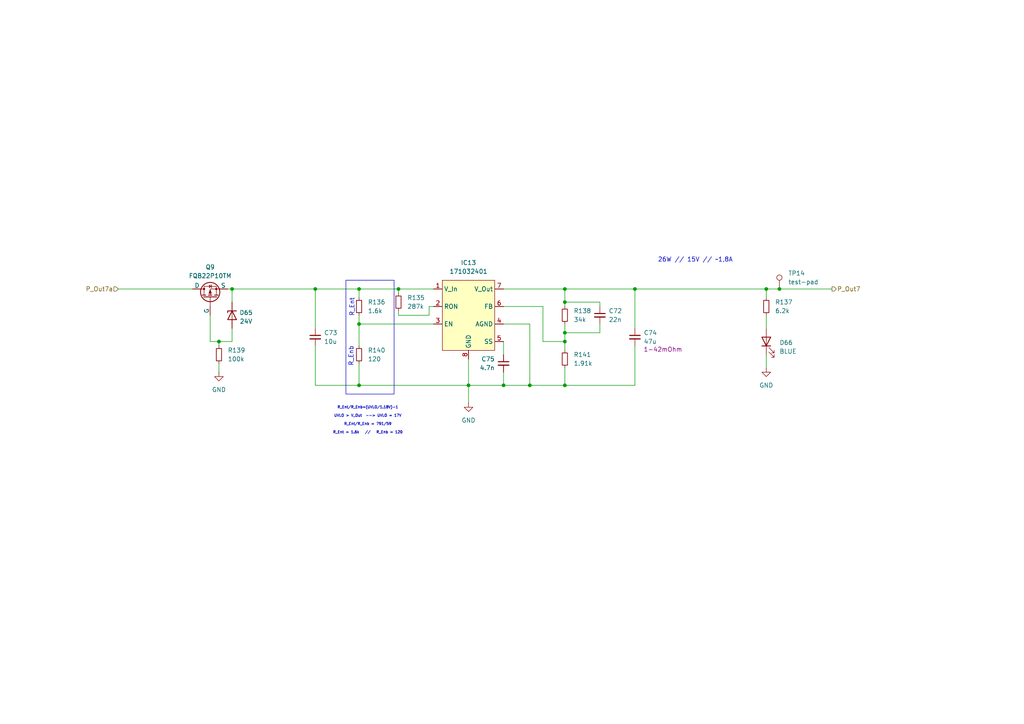
<source format=kicad_sch>
(kicad_sch (version 20231120) (generator "eeschema") (generator_version "8.0")
  (paper "A4")
  (title_block (title "PDU FT25") (date "2024-11-23") (rev "V1.1") (company "Janek Herm") (comment 1 "FaSTTUBe Electronics"))
  (lib_symbols
    (symbol "Connector:TestPoint" (pin_numbers hide) (pin_names (offset 0.762) hide)
      (property "Reference" "TP" (at 0 6.858 0))
      (property "Value" "TestPoint" (at 0 5.08 0))
      (symbol "TestPoint_0_1"
        (circle (center 0 3.302) (radius 0.762))
      )
      (symbol "TestPoint_1_1"
        (pin passive line (at 0 0 90) (length 2.54) (name "1") (number "1"))
      )
    )
    (symbol "Device:C_Small" (pin_numbers hide) (pin_names (offset 0.254) hide)
      (property "Reference" "C" (at 0.254 1.778 0))
      (property "Value" "C_Small" (at 0.254 -2.032 0))
      (symbol "C_Small_0_1"
        (polyline (pts (xy -1.524 -0.508) (xy 1.524 -0.508)) (stroke (width 0.3302)))
        (polyline (pts (xy -1.524 0.508) (xy 1.524 0.508)) (stroke (width 0.3048)))
      )
      (symbol "C_Small_1_1"
        (pin passive line (at 0 2.54 270) (length 2.032) (name "~") (number "1"))
        (pin passive line (at 0 -2.54 90) (length 2.032) (name "~") (number "2"))
      )
    )
    (symbol "Device:D_Zener" (pin_numbers hide) (pin_names (offset 1.016) hide)
      (property "Reference" "D" (at 0 2.54 0))
      (property "Value" "D_Zener" (at 0 -2.54 0))
      (symbol "D_Zener_0_1"
        (polyline (pts (xy 1.27 0) (xy -1.27 0)))
        (polyline (pts (xy -1.27 -1.27) (xy -1.27 1.27) (xy -0.762 1.27)) (stroke (width 0.254)))
        (polyline (pts (xy 1.27 -1.27) (xy 1.27 1.27) (xy -1.27 0) (xy 1.27 -1.27)) (stroke (width 0.254)))
      )
      (symbol "D_Zener_1_1"
        (pin passive line (at -3.81 0 0) (length 2.54) (name "K") (number "1"))
        (pin passive line (at 3.81 0 180) (length 2.54) (name "A") (number "2"))
      )
    )
    (symbol "Device:LED" (pin_numbers hide) (pin_names (offset 1.016) hide)
      (property "Reference" "D" (at 0 2.54 0))
      (property "Value" "LED" (at 0 -2.54 0))
      (symbol "LED_0_1"
        (polyline (pts (xy -1.27 -1.27) (xy -1.27 1.27)) (stroke (width 0.254)))
        (polyline (pts (xy -1.27 0) (xy 1.27 0)))
        (polyline (pts (xy 1.27 -1.27) (xy 1.27 1.27) (xy -1.27 0) (xy 1.27 -1.27)) (stroke (width 0.254)))
        (polyline (pts (xy -3.048 -0.762) (xy -4.572 -2.286) (xy -3.81 -2.286) (xy -4.572 -2.286) (xy -4.572 -1.524)))
        (polyline (pts (xy -1.778 -0.762) (xy -3.302 -2.286) (xy -2.54 -2.286) (xy -3.302 -2.286) (xy -3.302 -1.524)))
      )
      (symbol "LED_1_1"
        (pin passive line (at -3.81 0 0) (length 2.54) (name "K") (number "1"))
        (pin passive line (at 3.81 0 180) (length 2.54) (name "A") (number "2"))
      )
    )
    (symbol "Device:R_Small" (pin_numbers hide) (pin_names (offset 0.254) hide)
      (property "Reference" "R" (at 0.762 0.508 0))
      (property "Value" "R_Small" (at 0.762 -1.016 0))
      (symbol "R_Small_0_1"
        (rectangle (start -0.762 1.778) (end 0.762 -1.778) (stroke (width 0.2032)))
      )
      (symbol "R_Small_1_1"
        (pin passive line (at 0 2.54 270) (length 0.762) (name "~") (number "1"))
        (pin passive line (at 0 -2.54 90) (length 0.762) (name "~") (number "2"))
      )
    )
    (symbol "FaSTTUBe_Voltage_Regulators:171032401"
      (property "Reference" "IC" (at 0.254 8.636 0))
      (property "Value" "171032401" (at 0.508 6.604 0))
      (symbol "171032401_1_1"
        (rectangle (start -7.62 5.08) (end 7.62 -15.24) (fill (type background)))
        (pin passive line (at -10.16 2.54 0) (length 2.54) (name "V_In") (number "1"))
        (pin passive line (at -10.16 -2.54 0) (length 2.54) (name "RON") (number "2"))
        (pin passive line (at -10.16 -7.62 0) (length 2.54) (name "EN") (number "3"))
        (pin power_in line (at 10.16 -7.62 180) (length 2.54) (name "AGND") (number "4"))
        (pin passive line (at 10.16 -12.7 180) (length 2.54) (name "SS") (number "5"))
        (pin passive line (at 10.16 -2.54 180) (length 2.54) (name "FB") (number "6"))
        (pin power_out line (at 10.16 2.54 180) (length 2.54) (name "V_Out") (number "7"))
        (pin power_in line (at 0 -17.78 90) (length 2.54) (name "GND") (number "8"))
      )
    )
    (symbol "Simulation_SPICE:PMOS" (pin_numbers hide) (pin_names (offset 0))
      (property "Reference" "Q" (at 5.08 1.27 0))
      (property "Value" "PMOS" (at 5.08 -1.27 0))
      (symbol "PMOS_0_1"
        (polyline (pts (xy 0.254 0) (xy -2.54 0)))
        (polyline (pts (xy 0.254 1.905) (xy 0.254 -1.905)) (stroke (width 0.254)))
        (polyline (pts (xy 0.762 -1.27) (xy 0.762 -2.286)) (stroke (width 0.254)))
        (polyline (pts (xy 0.762 0.508) (xy 0.762 -0.508)) (stroke (width 0.254)))
        (polyline (pts (xy 0.762 2.286) (xy 0.762 1.27)) (stroke (width 0.254)))
        (polyline (pts (xy 2.54 2.54) (xy 2.54 1.778)))
        (polyline (pts (xy 2.54 -2.54) (xy 2.54 0) (xy 0.762 0)))
        (polyline (pts (xy 0.762 1.778) (xy 3.302 1.778) (xy 3.302 -1.778) (xy 0.762 -1.778)))
        (polyline (pts (xy 2.286 0) (xy 1.27 0.381) (xy 1.27 -0.381) (xy 2.286 0)) (fill (type outline)))
        (polyline (pts (xy 2.794 -0.508) (xy 2.921 -0.381) (xy 3.683 -0.381) (xy 3.81 -0.254)))
        (polyline (pts (xy 3.302 -0.381) (xy 2.921 0.254) (xy 3.683 0.254) (xy 3.302 -0.381)))
        (circle (center 1.651 0) (radius 2.794) (stroke (width 0.254)))
        (circle (center 2.54 -1.778) (radius 0.254) (fill (type outline)))
        (circle (center 2.54 1.778) (radius 0.254) (fill (type outline)))
      )
      (symbol "PMOS_1_1"
        (pin passive line (at 2.54 5.08 270) (length 2.54) (name "D") (number "1"))
        (pin input line (at -5.08 0 0) (length 2.54) (name "G") (number "2"))
        (pin passive line (at 2.54 -5.08 90) (length 2.54) (name "S") (number "3"))
      )
    )
    (symbol "power:GND" (power) (pin_numbers hide) (pin_names (offset 0) hide)
      (property "Value" "GND" (at 0 -3.81 0))
      (symbol "GND_0_1"
        (polyline (pts (xy 0 0) (xy 0 -1.27) (xy 1.27 -1.27) (xy 0 -2.54) (xy -1.27 -1.27) (xy 0 -1.27)))
      )
      (symbol "GND_1_1"
        (pin power_in line (at 0 0 270) (length 0) (name "~") (number "1"))
      )
    )
  )
  (junction (at 184.15 83.82))
  (junction (at 163.83 111.76))
  (junction (at 163.83 87.63))
  (junction (at 222.25 83.82))
  (junction (at 104.14 111.76))
  (junction (at 163.83 83.82))
  (junction (at 153.67 111.76))
  (junction (at 115.57 83.82))
  (junction (at 163.83 96.52))
  (junction (at 104.14 93.98))
  (junction (at 163.83 99.06))
  (junction (at 226.06 83.82))
  (junction (at 91.44 83.82))
  (junction (at 135.89 111.76))
  (junction (at 104.14 83.82))
  (junction (at 63.5 99.06))
  (junction (at 67.31 83.82))
  (junction (at 146.05 111.76))
  (wire (pts (xy 104.14 83.82) (xy 104.14 86.36)))
  (wire (pts (xy 146.05 88.9) (xy 157.48 88.9)))
  (wire (pts (xy 222.25 102.87) (xy 222.25 106.68)))
  (wire (pts (xy 104.14 93.98) (xy 125.73 93.98)))
  (wire (pts (xy 163.83 106.68) (xy 163.83 111.76)))
  (wire (pts (xy 146.05 111.76) (xy 135.89 111.76)))
  (wire (pts (xy 124.46 91.44) (xy 124.46 88.9)))
  (wire (pts (xy 184.15 100.33) (xy 184.15 111.76)))
  (wire (pts (xy 163.83 99.06) (xy 163.83 101.6)))
  (wire (pts (xy 91.44 111.76) (xy 104.14 111.76)))
  (wire (pts (xy 153.67 111.76) (xy 163.83 111.76)))
  (wire (pts (xy 115.57 91.44) (xy 124.46 91.44)))
  (wire (pts (xy 146.05 93.98) (xy 153.67 93.98)))
  (wire (pts (xy 104.14 111.76) (xy 135.89 111.76)))
  (wire (pts (xy 163.83 83.82) (xy 184.15 83.82)))
  (wire (pts (xy 153.67 93.98) (xy 153.67 111.76)))
  (wire (pts (xy 157.48 99.06) (xy 163.83 99.06)))
  (wire (pts (xy 163.83 96.52) (xy 163.83 99.06)))
  (wire (pts (xy 146.05 111.76) (xy 153.67 111.76)))
  (wire (pts (xy 222.25 83.82) (xy 226.06 83.82)))
  (wire (pts (xy 163.83 87.63) (xy 173.99 87.63)))
  (wire (pts (xy 222.25 91.44) (xy 222.25 95.25)))
  (wire (pts (xy 60.96 91.44) (xy 60.96 99.06)))
  (wire (pts (xy 115.57 83.82) (xy 125.73 83.82)))
  (wire (pts (xy 135.89 111.76) (xy 135.89 116.84)))
  (wire (pts (xy 226.06 83.82) (xy 241.3 83.82)))
  (wire (pts (xy 66.04 83.82) (xy 67.31 83.82)))
  (wire (pts (xy 124.46 88.9) (xy 125.73 88.9)))
  (wire (pts (xy 146.05 99.06) (xy 146.05 102.87)))
  (wire (pts (xy 173.99 96.52) (xy 163.83 96.52)))
  (wire (pts (xy 34.29 83.82) (xy 55.88 83.82)))
  (wire (pts (xy 63.5 105.41) (xy 63.5 107.95)))
  (wire (pts (xy 67.31 83.82) (xy 67.31 87.63)))
  (wire (pts (xy 146.05 107.95) (xy 146.05 111.76)))
  (wire (pts (xy 163.83 87.63) (xy 163.83 88.9)))
  (wire (pts (xy 104.14 105.41) (xy 104.14 111.76)))
  (wire (pts (xy 104.14 91.44) (xy 104.14 93.98)))
  (wire (pts (xy 67.31 83.82) (xy 91.44 83.82)))
  (wire (pts (xy 63.5 100.33) (xy 63.5 99.06)))
  (wire (pts (xy 115.57 83.82) (xy 115.57 85.09)))
  (wire (pts (xy 222.25 83.82) (xy 222.25 86.36)))
  (wire (pts (xy 184.15 83.82) (xy 222.25 83.82)))
  (wire (pts (xy 104.14 83.82) (xy 115.57 83.82)))
  (wire (pts (xy 163.83 93.98) (xy 163.83 96.52)))
  (wire (pts (xy 163.83 111.76) (xy 184.15 111.76)))
  (wire (pts (xy 67.31 95.25) (xy 67.31 99.06)))
  (wire (pts (xy 173.99 93.98) (xy 173.99 96.52)))
  (wire (pts (xy 67.31 99.06) (xy 63.5 99.06)))
  (wire (pts (xy 173.99 87.63) (xy 173.99 88.9)))
  (wire (pts (xy 91.44 83.82) (xy 104.14 83.82)))
  (wire (pts (xy 135.89 104.14) (xy 135.89 111.76)))
  (wire (pts (xy 184.15 83.82) (xy 184.15 95.25)))
  (wire (pts (xy 115.57 91.44) (xy 115.57 90.17)))
  (wire (pts (xy 60.96 99.06) (xy 63.5 99.06)))
  (wire (pts (xy 91.44 100.33) (xy 91.44 111.76)))
  (wire (pts (xy 104.14 93.98) (xy 104.14 100.33)))
  (wire (pts (xy 91.44 83.82) (xy 91.44 95.25)))
  (wire (pts (xy 157.48 88.9) (xy 157.48 99.06)))
  (wire (pts (xy 163.83 83.82) (xy 163.83 87.63)))
  (wire (pts (xy 146.05 83.82) (xy 163.83 83.82)))
  (rectangle (start 100.33 81.28) (end 114.3 114.3))
  (text "R_Ent" (at 102.108 89.154 90) (effects (font (size 1.27 1.27))))
  (text "R_Ent/R_Enb=(UVLO/1.18V)-1\n\nUVLO > V_Out  --> UVLO = 17V\n\nR_Ent/R_Enb = 791/59\n\nR_Ent = 1.6k   //   R_Enb = 120" (at 106.68 117.856 0) (effects (font (size 0.75 0.75)) (justify top)))
  (text "26W // 15V // ~1,8A" (at 201.676 75.438 0) (effects (font (size 1.27 1.27))))
  (text "R_Enb" (at 101.854 103.378 90) (effects (font (size 1.27 1.27))))
  (hierarchical_label "P_Out7" (shape output) (at 241.3 83.82 0))
  (hierarchical_label "P_Out7a" (shape input) (at 34.29 83.82 180))
  (symbol (lib_id "Device:R_Small") (at 163.83 104.14 0) (unit 1)
    (property "Reference" "R141" (at 166.37 102.8699 0) (effects (justify left)))
    (property "Value" "1.91k" (at 166.37 105.4099 0) (effects (justify left)))
    (property "Footprint" "Resistor_SMD:R_0805_2012Metric" (effects (hide yes)))
    (property "Description" "Resistor, small symbol" (effects (hide yes)))
  )
  (symbol (lib_id "Device:D_Zener") (at 67.31 91.44 90) (mirror x) (unit 1)
    (property "Reference" "D65" (at 71.374 90.678 90))
    (property "Value" "24V" (at 71.374 93.218 90))
    (property "Footprint" "3SMAJ5934B-TP:DIOM5226X244N" (effects (hide yes)))
    (property "Datasheet" "https://www.mouser.de/datasheet/2/258/3SMAJ5918B_3SMAJ5956B_SMA_-3423242.pdf" (effects (hide yes)))
    (property "Description" "Zener diode" (effects (hide yes)))
    (property "MPR" "3SMAJ5934B-TP" (effects (hide yes)))
  )
  (symbol (lib_id "FaSTTUBe_Voltage_Regulators:171032401") (at 135.89 86.36 0) (unit 1)
    (property "Reference" "IC13" (at 135.89 76.2 0))
    (property "Value" "171032401" (at 135.89 78.74 0))
    (property "Footprint" "171032401:171032401" (effects (hide yes)))
    (property "Datasheet" "https://www.we-online.com/components/products/datasheet/171032401.pdf" (effects (hide yes)))
  )
  (symbol (lib_id "power:GND") (at 63.5 107.95 0) (unit 1)
    (property "Reference" "#PWR0193" (effects (hide yes)))
    (property "Value" "GND" (at 63.5 113.03 0))
    (property "Description" "Power symbol creates a global label with name \"GND\" , ground" (effects (hide yes)))
  )
  (symbol (lib_id "Device:C_Small") (at 91.44 97.79 0) (unit 1)
    (property "Reference" "C73" (at 93.98 96.5262 0) (effects (justify left)))
    (property "Value" "10u" (at 93.98 99.0662 0) (effects (justify left)))
    (property "Footprint" "Capacitor_SMD:C_1206_3216Metric" (effects (hide yes)))
    (property "Description" "Unpolarized capacitor, small symbol" (effects (hide yes)))
  )
  (symbol (lib_id "power:GND") (at 222.25 106.68 0) (unit 1)
    (property "Reference" "#PWR0192" (effects (hide yes)))
    (property "Value" "GND" (at 222.25 111.76 0))
    (property "Description" "Power symbol creates a global label with name \"GND\" , ground" (effects (hide yes)))
  )
  (symbol (lib_id "Device:LED") (at 222.25 99.06 90) (unit 1)
    (property "Reference" "D66" (at 226.06 99.3774 90) (effects (justify right)))
    (property "Value" "BLUE" (at 226.06 101.9174 90) (effects (justify right)))
    (property "Footprint" "LED_SMD:LED_0603_1608Metric" (effects (hide yes)))
    (property "Datasheet" "https://www.we-online.com/components/products/datasheet/150060BS75000.pdf" (effects (hide yes)))
    (property "Description" "Light emitting diode" (effects (hide yes)))
    (property "MPR" "150060BS75000" (effects (hide yes)))
  )
  (symbol (lib_id "Device:R_Small") (at 63.5 102.87 0) (unit 1)
    (property "Reference" "R139" (at 66.04 101.5999 0) (effects (justify left)))
    (property "Value" "100k" (at 66.04 104.1399 0) (effects (justify left)))
    (property "Footprint" "Resistor_SMD:R_0603_1608Metric" (effects (hide yes)))
    (property "Description" "Resistor, small symbol" (effects (hide yes)))
  )
  (symbol (lib_id "power:GND") (at 135.89 116.84 0) (unit 1)
    (property "Reference" "#PWR0194" (effects (hide yes)))
    (property "Value" "GND" (at 135.89 121.92 0))
    (property "Description" "Power symbol creates a global label with name \"GND\" , ground" (effects (hide yes)))
  )
  (symbol (lib_id "Device:R_Small") (at 104.14 88.9 0) (unit 1)
    (property "Reference" "R136" (at 106.68 87.6299 0) (effects (justify left)))
    (property "Value" "1.6k" (at 106.68 90.1699 0) (effects (justify left)))
    (property "Footprint" "Resistor_SMD:R_0805_2012Metric" (effects (hide yes)))
    (property "Description" "Resistor, small symbol" (effects (hide yes)))
  )
  (symbol (lib_id "Device:R_Small") (at 222.25 88.9 0) (unit 1)
    (property "Reference" "R137" (at 224.79 87.6299 0) (effects (justify left)))
    (property "Value" "6.2k" (at 224.79 90.1699 0) (effects (justify left)))
    (property "Footprint" "Resistor_SMD:R_0603_1608Metric" (effects (hide yes)))
    (property "Description" "Resistor, small symbol" (effects (hide yes)))
  )
  (symbol (lib_id "Device:C_Small") (at 184.15 97.79 0) (unit 1)
    (property "Reference" "C74" (at 186.69 96.5262 0) (effects (justify left)))
    (property "Value" "47u" (at 186.69 99.0662 0) (effects (justify left)))
    (property "Footprint" "Capacitor_SMD:C_1206_3216Metric" (effects (hide yes)))
    (property "Description" "Unpolarized capacitor, small symbol" (effects (hide yes)))
    (property "Resistance" "1-42mOhm" (at 192.278 101.346 0))
  )
  (symbol (lib_id "Device:R_Small") (at 104.14 102.87 0) (unit 1)
    (property "Reference" "R140" (at 106.68 101.5999 0) (effects (justify left)))
    (property "Value" "120" (at 106.68 104.1399 0) (effects (justify left)))
    (property "Footprint" "Resistor_SMD:R_0805_2012Metric" (effects (hide yes)))
    (property "Description" "Resistor, small symbol" (effects (hide yes)))
  )
  (symbol (lib_id "Device:C_Small") (at 173.99 91.44 0) (unit 1)
    (property "Reference" "C72" (at 176.53 90.1762 0) (effects (justify left)))
    (property "Value" "22n" (at 176.53 92.7162 0) (effects (justify left)))
    (property "Footprint" "Capacitor_SMD:C_0805_2012Metric" (effects (hide yes)))
    (property "Description" "Unpolarized capacitor, small symbol" (effects (hide yes)))
  )
  (symbol (lib_id "Device:R_Small") (at 163.83 91.44 0) (unit 1)
    (property "Reference" "R138" (at 166.37 90.1699 0) (effects (justify left)))
    (property "Value" "34k" (at 166.37 92.7099 0) (effects (justify left)))
    (property "Footprint" "Resistor_SMD:R_0805_2012Metric" (effects (hide yes)))
    (property "Description" "Resistor, small symbol" (effects (hide yes)))
  )
  (symbol (lib_id "Device:C_Small") (at 146.05 105.41 0) (mirror y) (unit 1)
    (property "Reference" "C75" (at 143.51 104.1462 0) (effects (justify left)))
    (property "Value" "4.7n" (at 143.51 106.6862 0) (effects (justify left)))
    (property "Footprint" "Capacitor_SMD:C_0805_2012Metric" (effects (hide yes)))
    (property "Description" "Unpolarized capacitor, small symbol" (effects (hide yes)))
  )
  (symbol (lib_id "Simulation_SPICE:PMOS") (at 60.96 86.36 90) (unit 1)
    (property "Reference" "Q9" (at 60.96 77.47 90))
    (property "Value" "FQB22P10TM" (at 60.96 80.01 90))
    (property "Footprint" "FQB22P10TM:FQB22P10TM" (effects (hide yes)))
    (property "Datasheet" "https://www.mouser.de/datasheet/2/308/1/FQB22P10_D-2313763.pdf" (effects (hide yes)))
    (property "Description" "P-MOSFET transistor, drain/source/gate" (effects (hide yes)))
    (property "Sim.Device" "PMOS" (effects (hide yes)))
    (property "Sim.Type" "VDMOS" (effects (hide yes)))
    (property "Sim.Pins" "1=D 2=G 3=S" (effects (hide yes)))
  )
  (symbol (lib_id "Connector:TestPoint") (at 226.06 83.82 0) (unit 1)
    (property "Reference" "TP14" (at 228.6 79.2479 0) (effects (justify left)))
    (property "Value" "test-pad" (at 228.6 81.7879 0) (effects (justify left)))
    (property "Footprint" "5025:5025" (effects (hide yes)))
    (property "Description" "test point" (effects (hide yes)))
  )
  (symbol (lib_id "Device:R_Small") (at 115.57 87.63 0) (unit 1)
    (property "Reference" "R135" (at 118.11 86.3599 0) (effects (justify left)))
    (property "Value" "287k" (at 118.11 88.8999 0) (effects (justify left)))
    (property "Footprint" "Resistor_SMD:R_0805_2012Metric" (effects (hide yes)))
    (property "Description" "Resistor, small symbol" (effects (hide yes)))
  )
)
</source>
